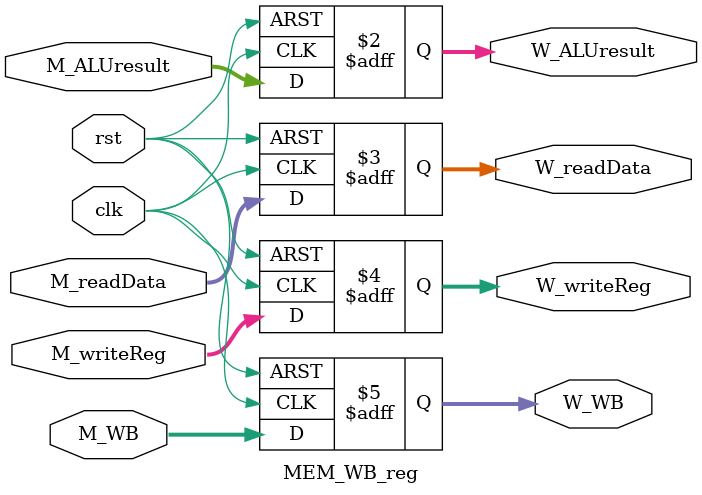
<source format=v>
module MEM_WB_reg(clk, rst, M_ALUresult, M_writeReg, M_readData, M_WB,
                            W_ALUresult, W_writeReg, W_readData, W_WB);

  input clk, rst;
  input [31:0] M_ALUresult, M_readData;
  input [4:0] M_writeReg;
  input [1:0] M_WB;
  output reg [31:0] W_ALUresult, W_readData;
  output reg [4:0] W_writeReg;
  output reg [1:0] W_WB;
  
  always @ (negedge clk or posedge rst) begin
    if (rst)
     begin
      W_ALUresult <= 0;
      W_readData <= 0;
      W_writeReg <= 0;
      W_WB <= 0;
    end
    else begin
      W_ALUresult <= M_ALUresult;
      W_readData <= M_readData;
      W_writeReg <= M_writeReg;
      W_WB <= M_WB;
    end
  end
endmodule

</source>
